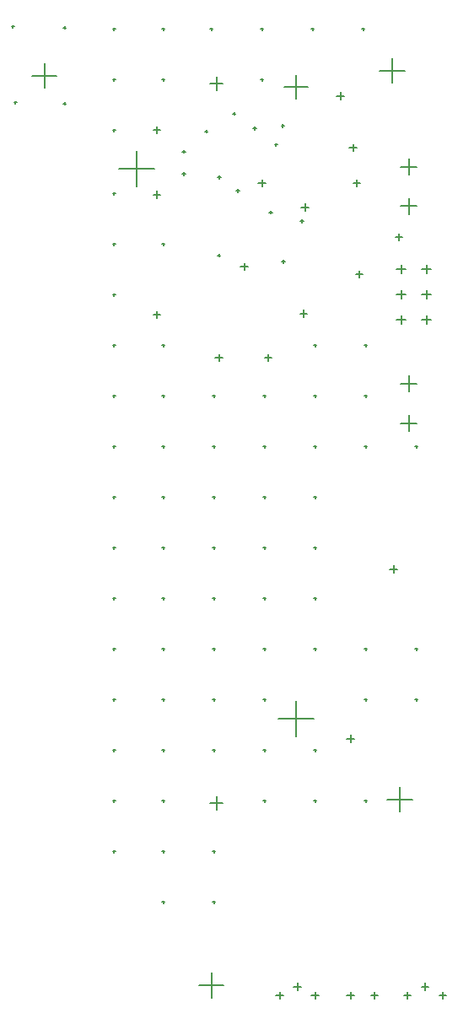
<source format=gbr>
G04*
G04 #@! TF.GenerationSoftware,Altium Limited,Altium Designer,23.10.1 (27)*
G04*
G04 Layer_Color=128*
%FSLAX42Y42*%
%MOMM*%
G71*
G04*
G04 #@! TF.SameCoordinates,D788F153-7B32-47A3-9728-DC68925F5BF0*
G04*
G04*
G04 #@! TF.FilePolarity,Positive*
G04*
G01*
G75*
%ADD13C,0.13*%
D13*
X1352Y475D02*
X1517D01*
X1435Y393D02*
Y558D01*
X1352Y871D02*
X1517D01*
X1435Y789D02*
Y954D01*
X1314Y1765D02*
X1403D01*
X1359Y1721D02*
Y1810D01*
X1314Y2019D02*
X1403D01*
X1359Y1975D02*
Y2064D01*
X1568Y1511D02*
X1657D01*
X1613Y1467D02*
Y1556D01*
X1568Y1765D02*
X1657D01*
X1613Y1721D02*
Y1810D01*
X-2348Y3962D02*
X-2098D01*
X-2223Y3837D02*
Y4087D01*
X-671Y-5169D02*
X-421D01*
X-546Y-5294D02*
Y-5044D01*
X1221Y-3302D02*
X1471D01*
X1346Y-3427D02*
Y-3177D01*
X1145Y4013D02*
X1395D01*
X1270Y3888D02*
Y4138D01*
X1353Y2652D02*
X1518D01*
X1435Y2569D02*
Y2734D01*
X1353Y3048D02*
X1518D01*
X1435Y2966D02*
Y3131D01*
X1314Y1511D02*
X1403D01*
X1359Y1467D02*
Y1556D01*
X1568Y2019D02*
X1657D01*
X1613Y1975D02*
Y2064D01*
X-561Y-3340D02*
X-429D01*
X-495Y-3406D02*
Y-3274D01*
X-561Y3882D02*
X-429D01*
X-495Y3816D02*
Y3948D01*
X-1473Y3031D02*
X-1118D01*
X-1295Y2853D02*
Y3208D01*
X127Y-2489D02*
X482D01*
X305Y-2667D02*
Y-2312D01*
X185Y3851D02*
X424D01*
X305Y3731D02*
Y3970D01*
X1499Y241D02*
X1524D01*
X1511Y229D02*
Y254D01*
X-25Y-267D02*
X-0D01*
X-13Y-279D02*
Y-254D01*
X483Y-267D02*
X508D01*
X495Y-279D02*
Y-254D01*
X483Y-775D02*
X508D01*
X495Y-787D02*
Y-762D01*
X-25Y-775D02*
X-0D01*
X-13Y-787D02*
Y-762D01*
X-25Y-1283D02*
X-0D01*
X-13Y-1295D02*
Y-1270D01*
X483Y-1283D02*
X508D01*
X495Y-1295D02*
Y-1270D01*
X1499Y-1791D02*
X1524D01*
X1511Y-1803D02*
Y-1778D01*
X1499Y-2299D02*
X1524D01*
X1511Y-2311D02*
Y-2286D01*
X991Y-2299D02*
X1016D01*
X1003Y-2311D02*
Y-2286D01*
X991Y-1791D02*
X1016D01*
X1003Y-1803D02*
Y-1778D01*
X483Y-1791D02*
X508D01*
X495Y-1803D02*
Y-1778D01*
X-25Y-1791D02*
X-0D01*
X-13Y-1803D02*
Y-1778D01*
X-25Y-2299D02*
X-0D01*
X-13Y-2311D02*
Y-2286D01*
X483Y-2807D02*
X508D01*
X495Y-2819D02*
Y-2794D01*
X-25Y-2807D02*
X-0D01*
X-13Y-2819D02*
Y-2794D01*
X-25Y-3315D02*
X-0D01*
X-13Y-3327D02*
Y-3302D01*
X483Y-3315D02*
X508D01*
X495Y-3327D02*
Y-3302D01*
X991Y-3315D02*
X1016D01*
X1003Y-3327D02*
Y-3302D01*
X991Y241D02*
X1016D01*
X1003Y229D02*
Y254D01*
X991Y749D02*
X1016D01*
X1003Y737D02*
Y762D01*
X991Y1257D02*
X1016D01*
X1003Y1245D02*
Y1270D01*
X483Y1257D02*
X508D01*
X495Y1245D02*
Y1270D01*
X483Y749D02*
X508D01*
X495Y737D02*
Y762D01*
X483Y241D02*
X508D01*
X495Y229D02*
Y254D01*
X-25Y241D02*
X-0D01*
X-13Y229D02*
Y254D01*
X-25Y749D02*
X-0D01*
X-13Y737D02*
Y762D01*
X965Y4432D02*
X990D01*
X978Y4420D02*
Y4445D01*
X457Y4432D02*
X482D01*
X470Y4420D02*
Y4445D01*
X-51Y3924D02*
X-26D01*
X-38Y3912D02*
Y3937D01*
X-51Y4432D02*
X-26D01*
X-38Y4420D02*
Y4445D01*
X-559Y4432D02*
X-534D01*
X-546Y4420D02*
Y4445D01*
X-533Y749D02*
X-508D01*
X-521Y737D02*
Y762D01*
X-533Y241D02*
X-508D01*
X-521Y229D02*
Y254D01*
X-533Y-267D02*
X-508D01*
X-521Y-279D02*
Y-254D01*
X-533Y-775D02*
X-508D01*
X-521Y-787D02*
Y-762D01*
X-533Y-1283D02*
X-508D01*
X-521Y-1295D02*
Y-1270D01*
X-533Y-1791D02*
X-508D01*
X-521Y-1803D02*
Y-1778D01*
X-533Y-2299D02*
X-508D01*
X-521Y-2311D02*
Y-2286D01*
X-533Y-2807D02*
X-508D01*
X-521Y-2819D02*
Y-2794D01*
X-533Y-3823D02*
X-508D01*
X-521Y-3835D02*
Y-3810D01*
X-533Y-4331D02*
X-508D01*
X-521Y-4343D02*
Y-4318D01*
X-1041Y-4331D02*
X-1016D01*
X-1029Y-4343D02*
Y-4318D01*
X-1041Y-3823D02*
X-1016D01*
X-1029Y-3835D02*
Y-3810D01*
X-1041Y-3315D02*
X-1016D01*
X-1029Y-3327D02*
Y-3302D01*
X-1041Y-2807D02*
X-1016D01*
X-1029Y-2819D02*
Y-2794D01*
X-1041Y-2299D02*
X-1016D01*
X-1029Y-2311D02*
Y-2286D01*
X-1041Y-1791D02*
X-1016D01*
X-1029Y-1803D02*
Y-1778D01*
X-1041Y-1283D02*
X-1016D01*
X-1029Y-1295D02*
Y-1270D01*
X-1041Y-775D02*
X-1016D01*
X-1029Y-787D02*
Y-762D01*
X-1041Y-267D02*
X-1016D01*
X-1029Y-279D02*
Y-254D01*
X-1041Y241D02*
X-1016D01*
X-1029Y229D02*
Y254D01*
X-1041Y749D02*
X-1016D01*
X-1029Y737D02*
Y762D01*
X-1041Y1257D02*
X-1016D01*
X-1029Y1245D02*
Y1270D01*
X-1041Y2273D02*
X-1016D01*
X-1029Y2261D02*
Y2286D01*
X-1041Y3924D02*
X-1016D01*
X-1029Y3912D02*
Y3937D01*
X-1041Y4432D02*
X-1016D01*
X-1029Y4420D02*
Y4445D01*
X-1536Y-3823D02*
X-1511D01*
X-1524Y-3835D02*
Y-3810D01*
X-1536Y-3315D02*
X-1511D01*
X-1524Y-3327D02*
Y-3302D01*
X-1536Y-2807D02*
X-1511D01*
X-1524Y-2819D02*
Y-2794D01*
X-1536Y-2299D02*
X-1511D01*
X-1524Y-2311D02*
Y-2286D01*
X-1536Y-1791D02*
X-1511D01*
X-1524Y-1803D02*
Y-1778D01*
X-1536Y-1283D02*
X-1511D01*
X-1524Y-1295D02*
Y-1270D01*
X-1536Y-775D02*
X-1511D01*
X-1524Y-787D02*
Y-762D01*
X-1536Y-267D02*
X-1511D01*
X-1524Y-279D02*
Y-254D01*
X-1536Y241D02*
X-1511D01*
X-1524Y229D02*
Y254D01*
X-1536Y749D02*
X-1511D01*
X-1524Y737D02*
Y762D01*
X-1536Y1257D02*
X-1511D01*
X-1524Y1245D02*
Y1270D01*
X-1536Y1765D02*
X-1511D01*
X-1524Y1753D02*
Y1778D01*
X-1536Y2273D02*
X-1511D01*
X-1524Y2261D02*
Y2286D01*
X-1536Y2781D02*
X-1511D01*
X-1524Y2769D02*
Y2794D01*
X-1536Y3416D02*
X-1511D01*
X-1524Y3404D02*
Y3429D01*
X-1536Y3924D02*
X-1511D01*
X-1524Y3912D02*
Y3937D01*
X-1536Y4432D02*
X-1511D01*
X-1524Y4420D02*
Y4445D01*
X-2032Y3683D02*
X-2007D01*
X-2019Y3671D02*
Y3696D01*
X-2527Y3696D02*
X-2502D01*
X-2515Y3683D02*
Y3708D01*
X-2032Y4445D02*
X-2007D01*
X-2019Y4433D02*
Y4458D01*
X-2552Y4458D02*
X-2527D01*
X-2540Y4445D02*
Y4470D01*
X-612Y3404D02*
X-582D01*
X-597Y3389D02*
Y3419D01*
X282Y-5182D02*
X353D01*
X317Y-5217D02*
Y-5146D01*
X1565Y-5182D02*
X1636D01*
X1600Y-5217D02*
Y-5146D01*
X1742Y-5271D02*
X1814D01*
X1778Y-5306D02*
Y-5235D01*
X1057Y-5271D02*
X1128D01*
X1092Y-5306D02*
Y-5235D01*
X460Y-5271D02*
X531D01*
X495Y-5306D02*
Y-5235D01*
X1387Y-5271D02*
X1458D01*
X1422Y-5306D02*
Y-5235D01*
X815Y-5271D02*
X886D01*
X851Y-5306D02*
Y-5235D01*
X104Y-5271D02*
X175D01*
X140Y-5306D02*
Y-5235D01*
X-74Y2883D02*
X-3D01*
X-38Y2847D02*
Y2918D01*
X1301Y2340D02*
X1373D01*
X1337Y2305D02*
Y2376D01*
X157Y3461D02*
X187D01*
X172Y3446D02*
Y3476D01*
X88Y3271D02*
X118D01*
X103Y3256D02*
Y3286D01*
X-124Y3436D02*
X-94D01*
X-109Y3421D02*
Y3451D01*
X-294Y2807D02*
X-264D01*
X-279Y2792D02*
Y2822D01*
X-483Y2942D02*
X-453D01*
X-468Y2927D02*
Y2957D01*
X358Y2642D02*
X429D01*
X394Y2606D02*
Y2677D01*
X347Y2502D02*
X377D01*
X362Y2487D02*
Y2517D01*
X904Y1968D02*
X975D01*
X940Y1933D02*
Y2004D01*
X879Y2883D02*
X950D01*
X914Y2847D02*
Y2918D01*
X-251Y2045D02*
X-180D01*
X-216Y2009D02*
Y2080D01*
X-485Y2159D02*
X-455D01*
X-470Y2144D02*
Y2174D01*
X-1128Y2769D02*
X-1057D01*
X-1092Y2733D02*
Y2804D01*
X-1128Y1562D02*
X-1057D01*
X-1092Y1527D02*
Y1598D01*
X841Y3238D02*
X912D01*
X876Y3203D02*
Y3274D01*
X36Y2591D02*
X66D01*
X51Y2576D02*
Y2606D01*
X-838Y3200D02*
X-808D01*
X-823Y3185D02*
Y3215D01*
X-838Y2979D02*
X-808D01*
X-823Y2964D02*
Y2994D01*
X163Y2095D02*
X193D01*
X178Y2081D02*
Y2110D01*
X-1128Y3416D02*
X-1057D01*
X-1092Y3381D02*
Y3452D01*
X-10Y1130D02*
X61D01*
X25Y1095D02*
Y1166D01*
X-505Y1130D02*
X-434D01*
X-470Y1095D02*
Y1166D01*
X815Y-2692D02*
X886D01*
X851Y-2728D02*
Y-2657D01*
X1247Y-991D02*
X1318D01*
X1283Y-1026D02*
Y-955D01*
X714Y3759D02*
X785D01*
X749Y3724D02*
Y3795D01*
X345Y1575D02*
X417D01*
X381Y1539D02*
Y1610D01*
X-332Y3581D02*
X-303D01*
X-317Y3566D02*
Y3596D01*
M02*

</source>
